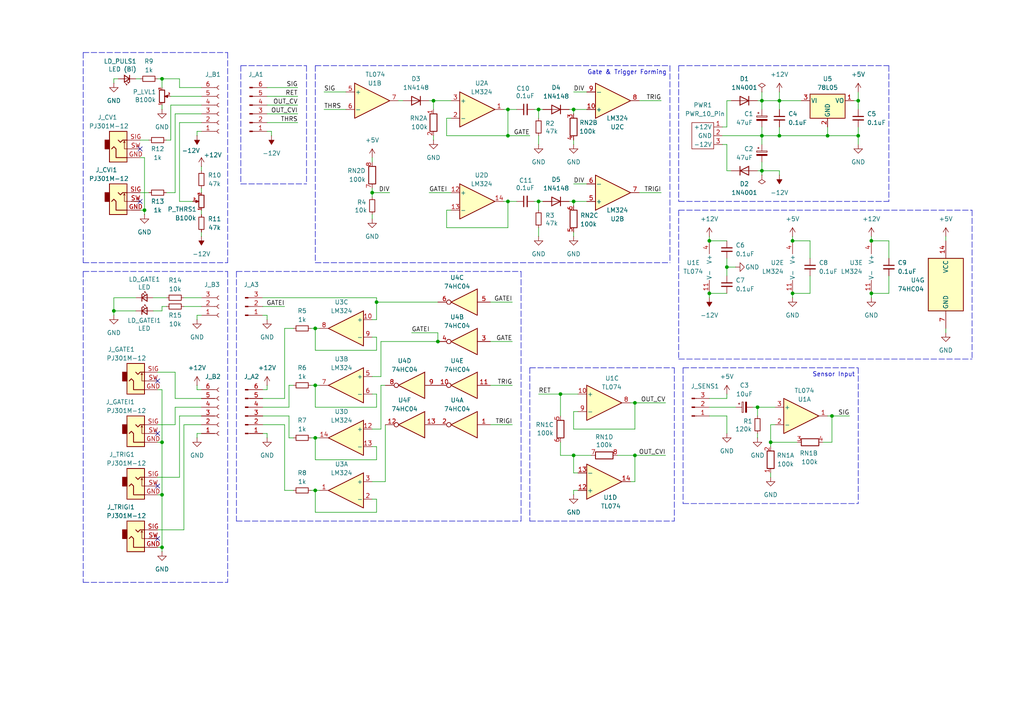
<source format=kicad_sch>
(kicad_sch (version 20231120) (generator "eeschema") (generator_version "8.0")
  (paper "A4")
  (title_block (title "Avalon Harmonics Pulse") (rev "v1.0") (company "Avalon Harmonics"))
  (junction (at 109.22 87.63))
  (junction (at 166.37 58.42))
  (junction (at 229.87 69.85))
  (junction (at 147.32 31.75))
  (junction (at 226.06 39.37))
  (junction (at 248.92 29.21))
  (junction (at 229.87 85.09))
  (junction (at 147.32 39.37))
  (junction (at 219.71 118.11))
  (junction (at 107.95 55.88))
  (junction (at 91.44 95.25))
  (junction (at 252.73 85.09))
  (junction (at 220.98 39.37))
  (junction (at 252.73 69.85))
  (junction (at 248.92 39.37))
  (junction (at 91.44 111.76))
  (junction (at 46.99 128.27))
  (junction (at 184.15 132.08))
  (junction (at 162.56 114.3))
  (junction (at 147.32 58.42))
  (junction (at 166.37 132.08))
  (junction (at 41.91 60.96))
  (junction (at 166.37 31.75))
  (junction (at 125.73 29.21))
  (junction (at 91.44 127))
  (junction (at 46.99 22.86))
  (junction (at 91.44 142.24))
  (junction (at 33.02 90.17))
  (junction (at 127 99.06))
  (junction (at 156.21 58.42))
  (junction (at 241.3 120.65))
  (junction (at 223.52 128.27))
  (junction (at 226.06 29.21))
  (junction (at 220.98 29.21))
  (junction (at 46.99 158.75))
  (junction (at 240.03 39.37))
  (junction (at 220.98 49.53))
  (junction (at 156.21 31.75))
  (junction (at 46.99 143.51))
  (junction (at 184.15 116.84))
  (junction (at 210.82 77.47))
  (junction (at 205.74 69.85))
  (junction (at 205.74 85.09))
  (no_connect (at 45.72 125.73))
  (no_connect (at 40.64 43.18))
  (no_connect (at 40.64 58.42))
  (no_connect (at 45.72 140.97))
  (no_connect (at 45.72 110.49))
  (no_connect (at 45.72 156.21))
  (wire (pts (xy 124.46 55.88) (xy 130.81 55.88)))
  (wire (pts (xy 210.82 41.91) (xy 209.55 41.91)))
  (wire (pts (xy 162.56 114.3) (xy 162.56 120.65)))
  (wire (pts (xy 147.32 58.42) (xy 149.86 58.42)))
  (wire (pts (xy 76.2 118.11) (xy 83.82 118.11)))
  (wire (pts (xy 142.24 111.76) (xy 148.59 111.76)))
  (wire (pts (xy 50.8 118.11) (xy 58.42 118.11)))
  (wire (pts (xy 210.82 29.21) (xy 212.09 29.21)))
  (wire (pts (xy 76.2 115.57) (xy 82.55 115.57)))
  (wire (pts (xy 166.37 132.08) (xy 166.37 137.16)))
  (wire (pts (xy 248.92 36.83) (xy 248.92 39.37)))
  (wire (pts (xy 156.21 31.75) (xy 154.94 31.75)))
  (polyline (pts (xy 195.58 106.68) (xy 195.58 151.13)) (stroke (width 0) (type dash)))
  (wire (pts (xy 77.47 38.1) (xy 78.74 38.1)))
  (wire (pts (xy 209.55 39.37) (xy 220.98 39.37)))
  (wire (pts (xy 129.54 66.04) (xy 147.32 66.04)))
  (wire (pts (xy 85.09 111.76) (xy 83.82 111.76)))
  (wire (pts (xy 58.42 67.31) (xy 58.42 68.58)))
  (wire (pts (xy 166.37 137.16) (xy 167.64 137.16)))
  (wire (pts (xy 44.45 86.36) (xy 48.26 86.36)))
  (wire (pts (xy 91.44 148.59) (xy 91.44 142.24)))
  (wire (pts (xy 184.15 139.7) (xy 182.88 139.7)))
  (wire (pts (xy 210.82 125.73) (xy 210.82 120.65)))
  (wire (pts (xy 166.37 31.75) (xy 170.18 31.75)))
  (wire (pts (xy 274.32 68.58) (xy 274.32 69.85)))
  (wire (pts (xy 91.44 142.24) (xy 90.17 142.24)))
  (wire (pts (xy 77.47 33.02) (xy 86.36 33.02)))
  (wire (pts (xy 142.24 99.06) (xy 148.59 99.06)))
  (wire (pts (xy 91.44 142.24) (xy 92.71 142.24)))
  (wire (pts (xy 107.95 144.78) (xy 109.22 144.78)))
  (wire (pts (xy 274.32 95.25) (xy 274.32 96.52)))
  (polyline (pts (xy 153.67 151.13) (xy 195.58 151.13)) (stroke (width 0) (type dash)))
  (wire (pts (xy 40.64 55.88) (xy 43.18 55.88)))
  (wire (pts (xy 162.56 128.27) (xy 162.56 132.08)))
  (wire (pts (xy 91.44 111.76) (xy 92.71 111.76)))
  (wire (pts (xy 82.55 115.57) (xy 82.55 95.25)))
  (wire (pts (xy 93.98 31.75) (xy 100.33 31.75)))
  (wire (pts (xy 166.37 119.38) (xy 166.37 124.46)))
  (wire (pts (xy 223.52 128.27) (xy 223.52 129.54)))
  (polyline (pts (xy 153.67 106.68) (xy 153.67 151.13)) (stroke (width 0) (type dash)))
  (wire (pts (xy 58.42 123.19) (xy 53.34 123.19)))
  (wire (pts (xy 205.74 85.09) (xy 205.74 86.36)))
  (wire (pts (xy 77.47 25.4) (xy 86.36 25.4)))
  (wire (pts (xy 162.56 114.3) (xy 167.64 114.3)))
  (wire (pts (xy 91.44 127) (xy 90.17 127)))
  (wire (pts (xy 92.71 95.25) (xy 91.44 95.25)))
  (wire (pts (xy 185.42 29.21) (xy 191.77 29.21)))
  (wire (pts (xy 93.98 26.67) (xy 100.33 26.67)))
  (wire (pts (xy 58.42 120.65) (xy 52.07 120.65)))
  (wire (pts (xy 210.82 49.53) (xy 212.09 49.53)))
  (wire (pts (xy 210.82 120.65) (xy 205.74 120.65)))
  (wire (pts (xy 257.81 74.93) (xy 257.81 69.85)))
  (wire (pts (xy 52.07 58.42) (xy 52.07 35.56)))
  (wire (pts (xy 58.42 38.1) (xy 57.15 38.1)))
  (wire (pts (xy 91.44 118.11) (xy 91.44 111.76)))
  (wire (pts (xy 166.37 31.75) (xy 166.37 33.02)))
  (wire (pts (xy 83.82 127) (xy 83.82 120.65)))
  (polyline (pts (xy 24.13 76.2) (xy 66.04 76.2)) (stroke (width 0) (type dash)))
  (wire (pts (xy 110.49 109.22) (xy 107.95 109.22)))
  (wire (pts (xy 50.8 55.88) (xy 50.8 33.02)))
  (polyline (pts (xy 24.13 15.24) (xy 24.13 76.2)) (stroke (width 0) (type dash)))
  (wire (pts (xy 156.21 66.04) (xy 156.21 68.58)))
  (wire (pts (xy 229.87 85.09) (xy 234.95 85.09)))
  (wire (pts (xy 165.1 31.75) (xy 166.37 31.75)))
  (wire (pts (xy 77.47 27.94) (xy 86.36 27.94)))
  (wire (pts (xy 48.26 40.64) (xy 49.53 40.64)))
  (wire (pts (xy 109.22 87.63) (xy 109.22 92.71)))
  (wire (pts (xy 76.2 120.65) (xy 83.82 120.65)))
  (wire (pts (xy 166.37 67.31) (xy 166.37 68.58)))
  (wire (pts (xy 109.22 148.59) (xy 91.44 148.59)))
  (wire (pts (xy 184.15 116.84) (xy 182.88 116.84)))
  (polyline (pts (xy 69.85 53.34) (xy 88.9 53.34)) (stroke (width 0) (type dash)))
  (polyline (pts (xy 69.85 19.05) (xy 88.9 19.05)) (stroke (width 0) (type dash)))
  (wire (pts (xy 91.44 111.76) (xy 90.17 111.76)))
  (wire (pts (xy 156.21 34.29) (xy 156.21 31.75)))
  (polyline (pts (xy 198.12 106.68) (xy 248.92 106.68)) (stroke (width 0) (type dash)))
  (wire (pts (xy 53.34 123.19) (xy 53.34 153.67)))
  (wire (pts (xy 52.07 58.42) (xy 55.88 58.42)))
  (wire (pts (xy 220.98 29.21) (xy 226.06 29.21)))
  (wire (pts (xy 220.98 49.53) (xy 220.98 50.8)))
  (wire (pts (xy 142.24 87.63) (xy 148.59 87.63)))
  (wire (pts (xy 45.72 153.67) (xy 53.34 153.67)))
  (wire (pts (xy 219.71 49.53) (xy 220.98 49.53)))
  (wire (pts (xy 58.42 60.96) (xy 58.42 62.23)))
  (wire (pts (xy 241.3 128.27) (xy 241.3 120.65)))
  (wire (pts (xy 57.15 111.76) (xy 57.15 113.03)))
  (wire (pts (xy 107.95 114.3) (xy 109.22 114.3)))
  (wire (pts (xy 57.15 113.03) (xy 58.42 113.03)))
  (wire (pts (xy 185.42 55.88) (xy 191.77 55.88)))
  (polyline (pts (xy 281.94 60.96) (xy 281.94 104.14)) (stroke (width 0) (type dash)))
  (wire (pts (xy 252.73 85.09) (xy 257.81 85.09)))
  (wire (pts (xy 248.92 29.21) (xy 247.65 29.21)))
  (wire (pts (xy 248.92 26.67) (xy 248.92 29.21)))
  (wire (pts (xy 52.07 25.4) (xy 58.42 25.4)))
  (wire (pts (xy 41.91 60.96) (xy 40.64 60.96)))
  (wire (pts (xy 166.37 142.24) (xy 166.37 143.51)))
  (wire (pts (xy 46.99 88.9) (xy 46.99 90.17)))
  (wire (pts (xy 129.54 60.96) (xy 129.54 66.04)))
  (polyline (pts (xy 153.67 106.68) (xy 195.58 106.68)) (stroke (width 0) (type dash)))
  (wire (pts (xy 167.64 119.38) (xy 166.37 119.38)))
  (wire (pts (xy 147.32 66.04) (xy 147.32 58.42)))
  (wire (pts (xy 162.56 132.08) (xy 166.37 132.08)))
  (wire (pts (xy 107.95 62.23) (xy 107.95 63.5)))
  (wire (pts (xy 156.21 60.96) (xy 156.21 58.42)))
  (wire (pts (xy 46.99 128.27) (xy 46.99 143.51)))
  (wire (pts (xy 113.03 55.88) (xy 107.95 55.88)))
  (wire (pts (xy 220.98 26.67) (xy 220.98 29.21)))
  (polyline (pts (xy 196.85 58.42) (xy 257.81 58.42)) (stroke (width 0) (type dash)))
  (wire (pts (xy 45.72 123.19) (xy 50.8 123.19)))
  (wire (pts (xy 171.45 132.08) (xy 166.37 132.08)))
  (wire (pts (xy 109.22 101.6) (xy 91.44 101.6)))
  (wire (pts (xy 46.99 143.51) (xy 46.99 158.75)))
  (wire (pts (xy 40.64 40.64) (xy 43.18 40.64)))
  (wire (pts (xy 130.81 60.96) (xy 129.54 60.96)))
  (wire (pts (xy 52.07 120.65) (xy 52.07 138.43)))
  (wire (pts (xy 209.55 36.83) (xy 210.82 36.83)))
  (wire (pts (xy 125.73 31.75) (xy 125.73 29.21)))
  (wire (pts (xy 57.15 127) (xy 57.15 125.73)))
  (wire (pts (xy 226.06 31.75) (xy 226.06 29.21)))
  (wire (pts (xy 219.71 127) (xy 219.71 125.73)))
  (polyline (pts (xy 196.85 19.05) (xy 257.81 19.05)) (stroke (width 0) (type dash)))
  (wire (pts (xy 33.02 91.44) (xy 33.02 90.17)))
  (wire (pts (xy 77.47 91.44) (xy 76.2 91.44)))
  (wire (pts (xy 241.3 120.65) (xy 240.03 120.65)))
  (wire (pts (xy 220.98 29.21) (xy 220.98 31.75)))
  (wire (pts (xy 229.87 68.58) (xy 229.87 69.85)))
  (wire (pts (xy 156.21 31.75) (xy 157.48 31.75)))
  (wire (pts (xy 226.06 26.67) (xy 226.06 29.21)))
  (wire (pts (xy 46.99 22.86) (xy 52.07 22.86)))
  (wire (pts (xy 210.82 77.47) (xy 210.82 74.93)))
  (wire (pts (xy 240.03 36.83) (xy 240.03 39.37)))
  (wire (pts (xy 77.47 125.73) (xy 76.2 125.73)))
  (polyline (pts (xy 24.13 15.24) (xy 66.04 15.24)) (stroke (width 0) (type dash)))
  (wire (pts (xy 50.8 33.02) (xy 58.42 33.02)))
  (wire (pts (xy 109.22 92.71) (xy 107.95 92.71)))
  (wire (pts (xy 46.99 160.02) (xy 46.99 158.75)))
  (wire (pts (xy 210.82 36.83) (xy 210.82 29.21)))
  (wire (pts (xy 210.82 115.57) (xy 205.74 115.57)))
  (polyline (pts (xy 91.44 19.05) (xy 91.44 76.2)) (stroke (width 0) (type dash)))
  (wire (pts (xy 41.91 45.72) (xy 41.91 60.96)))
  (wire (pts (xy 127 99.06) (xy 110.49 99.06)))
  (wire (pts (xy 46.99 30.48) (xy 46.99 31.75)))
  (wire (pts (xy 147.32 31.75) (xy 146.05 31.75)))
  (polyline (pts (xy 257.81 19.05) (xy 257.81 58.42)) (stroke (width 0) (type dash)))
  (wire (pts (xy 166.37 58.42) (xy 165.1 58.42)))
  (wire (pts (xy 234.95 80.01) (xy 234.95 85.09)))
  (wire (pts (xy 252.73 85.09) (xy 252.73 86.36)))
  (polyline (pts (xy 196.85 60.96) (xy 196.85 104.14)) (stroke (width 0) (type dash)))
  (wire (pts (xy 49.53 40.64) (xy 49.53 30.48)))
  (wire (pts (xy 226.06 36.83) (xy 226.06 39.37)))
  (wire (pts (xy 219.71 118.11) (xy 224.79 118.11)))
  (wire (pts (xy 248.92 39.37) (xy 248.92 41.91)))
  (wire (pts (xy 125.73 29.21) (xy 130.81 29.21)))
  (polyline (pts (xy 196.85 19.05) (xy 196.85 58.42)) (stroke (width 0) (type dash)))
  (wire (pts (xy 107.95 54.61) (xy 107.95 55.88)))
  (wire (pts (xy 46.99 25.4) (xy 46.99 22.86)))
  (wire (pts (xy 156.21 58.42) (xy 154.94 58.42)))
  (wire (pts (xy 142.24 123.19) (xy 148.59 123.19)))
  (wire (pts (xy 109.22 114.3) (xy 109.22 118.11)))
  (wire (pts (xy 41.91 62.23) (xy 41.91 60.96)))
  (polyline (pts (xy 66.04 15.24) (xy 66.04 76.2)) (stroke (width 0) (type dash)))
  (wire (pts (xy 210.82 49.53) (xy 210.82 41.91)))
  (wire (pts (xy 33.02 86.36) (xy 39.37 86.36)))
  (wire (pts (xy 166.37 40.64) (xy 166.37 41.91)))
  (wire (pts (xy 241.3 120.65) (xy 246.38 120.65)))
  (wire (pts (xy 156.21 58.42) (xy 157.48 58.42)))
  (polyline (pts (xy 66.04 78.74) (xy 66.04 168.91)) (stroke (width 0) (type dash)))
  (wire (pts (xy 45.72 138.43) (xy 52.07 138.43)))
  (wire (pts (xy 57.15 125.73) (xy 58.42 125.73)))
  (wire (pts (xy 45.72 143.51) (xy 46.99 143.51)))
  (wire (pts (xy 57.15 91.44) (xy 58.42 91.44)))
  (wire (pts (xy 127 99.06) (xy 127 96.52)))
  (wire (pts (xy 33.02 86.36) (xy 33.02 90.17)))
  (wire (pts (xy 220.98 49.53) (xy 226.06 49.53)))
  (wire (pts (xy 229.87 85.09) (xy 229.87 86.36)))
  (wire (pts (xy 109.22 118.11) (xy 91.44 118.11)))
  (wire (pts (xy 166.37 124.46) (xy 184.15 124.46)))
  (wire (pts (xy 50.8 115.57) (xy 50.8 107.95)))
  (polyline (pts (xy 248.92 106.68) (xy 248.92 146.05)) (stroke (width 0) (type dash)))
  (wire (pts (xy 91.44 127) (xy 92.71 127)))
  (polyline (pts (xy 24.13 78.74) (xy 66.04 78.74)) (stroke (width 0) (type dash)))
  (wire (pts (xy 85.09 142.24) (xy 82.55 142.24)))
  (wire (pts (xy 111.76 111.76) (xy 110.49 111.76)))
  (wire (pts (xy 156.21 114.3) (xy 162.56 114.3)))
  (wire (pts (xy 50.8 123.19) (xy 50.8 118.11)))
  (polyline (pts (xy 68.58 78.74) (xy 68.58 151.13)) (stroke (width 0) (type dash)))
  (wire (pts (xy 52.07 35.56) (xy 58.42 35.56)))
  (wire (pts (xy 210.82 114.3) (xy 210.82 115.57)))
  (polyline (pts (xy 69.85 19.05) (xy 69.85 53.34)) (stroke (width 0) (type dash)))
  (wire (pts (xy 223.52 123.19) (xy 224.79 123.19)))
  (wire (pts (xy 166.37 53.34) (xy 170.18 53.34)))
  (wire (pts (xy 231.14 128.27) (xy 223.52 128.27)))
  (wire (pts (xy 184.15 132.08) (xy 193.04 132.08)))
  (wire (pts (xy 110.49 111.76) (xy 110.49 124.46)))
  (wire (pts (xy 226.06 29.21) (xy 232.41 29.21)))
  (wire (pts (xy 77.47 127) (xy 77.47 125.73)))
  (wire (pts (xy 147.32 39.37) (xy 147.32 31.75)))
  (wire (pts (xy 220.98 36.83) (xy 220.98 39.37)))
  (wire (pts (xy 234.95 74.93) (xy 234.95 69.85)))
  (wire (pts (xy 166.37 59.69) (xy 166.37 58.42)))
  (wire (pts (xy 33.02 22.86) (xy 33.02 24.13)))
  (wire (pts (xy 77.47 111.76) (xy 77.47 113.03)))
  (wire (pts (xy 45.72 22.86) (xy 46.99 22.86)))
  (wire (pts (xy 205.74 85.09) (xy 210.82 85.09)))
  (wire (pts (xy 40.64 45.72) (xy 41.91 45.72)))
  (wire (pts (xy 58.42 49.53) (xy 58.42 48.26)))
  (wire (pts (xy 82.55 123.19) (xy 76.2 123.19)))
  (wire (pts (xy 58.42 54.61) (xy 58.42 55.88)))
  (wire (pts (xy 129.54 39.37) (xy 147.32 39.37)))
  (wire (pts (xy 77.47 113.03) (xy 76.2 113.03)))
  (polyline (pts (xy 68.58 78.74) (xy 151.13 78.74)) (stroke (width 0) (type dash)))
  (wire (pts (xy 46.99 90.17) (xy 44.45 90.17)))
  (wire (pts (xy 257.81 80.01) (xy 257.81 85.09)))
  (wire (pts (xy 184.15 124.46) (xy 184.15 116.84)))
  (wire (pts (xy 248.92 31.75) (xy 248.92 29.21)))
  (polyline (pts (xy 151.13 78.74) (xy 151.13 151.13)) (stroke (width 0) (type dash)))
  (polyline (pts (xy 24.13 78.74) (xy 24.13 168.91)) (stroke (width 0) (type dash)))
  (wire (pts (xy 234.95 69.85) (xy 229.87 69.85)))
  (wire (pts (xy 147.32 58.42) (xy 146.05 58.42)))
  (wire (pts (xy 109.22 144.78) (xy 109.22 148.59)))
  (wire (pts (xy 90.17 95.25) (xy 91.44 95.25)))
  (polyline (pts (xy 24.13 168.91) (xy 66.04 168.91)) (stroke (width 0) (type dash)))
  (wire (pts (xy 111.76 123.19) (xy 111.76 139.7)))
  (wire (pts (xy 220.98 39.37) (xy 226.06 39.37)))
  (wire (pts (xy 125.73 29.21) (xy 124.46 29.21)))
  (wire (pts (xy 46.99 88.9) (xy 48.26 88.9)))
  (wire (pts (xy 109.22 97.79) (xy 109.22 101.6)))
  (wire (pts (xy 210.82 77.47) (xy 210.82 80.01)))
  (wire (pts (xy 49.53 27.94) (xy 58.42 27.94)))
  (wire (pts (xy 33.02 90.17) (xy 39.37 90.17)))
  (wire (pts (xy 53.34 86.36) (xy 58.42 86.36)))
  (wire (pts (xy 205.74 118.11) (xy 213.36 118.11)))
  (wire (pts (xy 77.47 92.71) (xy 77.47 91.44)))
  (polyline (pts (xy 194.31 19.05) (xy 194.31 76.2)) (stroke (width 0) (type dash)))
  (wire (pts (xy 58.42 88.9) (xy 53.34 88.9)))
  (wire (pts (xy 107.95 45.72) (xy 107.95 46.99)))
  (wire (pts (xy 91.44 95.25) (xy 91.44 101.6)))
  (wire (pts (xy 220.98 29.21) (xy 219.71 29.21)))
  (wire (pts (xy 82.55 142.24) (xy 82.55 123.19)))
  (wire (pts (xy 240.03 39.37) (xy 248.92 39.37)))
  (wire (pts (xy 129.54 34.29) (xy 129.54 39.37)))
  (wire (pts (xy 219.71 118.11) (xy 219.71 120.65)))
  (polyline (pts (xy 198.12 146.05) (xy 248.92 146.05)) (stroke (width 0) (type dash)))
  (wire (pts (xy 82.55 95.25) (xy 85.09 95.25)))
  (wire (pts (xy 223.52 137.16) (xy 223.52 138.43)))
  (wire (pts (xy 147.32 39.37) (xy 153.67 39.37)))
  (polyline (pts (xy 91.44 19.05) (xy 194.31 19.05)) (stroke (width 0) (type dash)))
  (wire (pts (xy 156.21 39.37) (xy 156.21 41.91)))
  (wire (pts (xy 78.74 39.37) (xy 78.74 38.1)))
  (wire (pts (xy 76.2 88.9) (xy 82.55 88.9)))
  (wire (pts (xy 210.82 69.85) (xy 205.74 69.85)))
  (wire (pts (xy 220.98 39.37) (xy 220.98 41.91)))
  (wire (pts (xy 226.06 49.53) (xy 226.06 50.8)))
  (wire (pts (xy 45.72 107.95) (xy 50.8 107.95)))
  (wire (pts (xy 58.42 115.57) (xy 50.8 115.57)))
  (wire (pts (xy 166.37 26.67) (xy 170.18 26.67)))
  (wire (pts (xy 85.09 127) (xy 83.82 127)))
  (wire (pts (xy 48.26 55.88) (xy 50.8 55.88)))
  (wire (pts (xy 111.76 139.7) (xy 107.95 139.7)))
  (wire (pts (xy 39.37 22.86) (xy 40.64 22.86)))
  (wire (pts (xy 46.99 158.75) (xy 45.72 158.75)))
  (wire (pts (xy 109.22 87.63) (xy 109.22 86.36)))
  (wire (pts (xy 205.74 68.58) (xy 205.74 69.85)))
  (wire (pts (xy 83.82 111.76) (xy 83.82 118.11)))
  (polyline (pts (xy 196.85 60.96) (xy 281.94 60.96)) (stroke (width 0) (type dash)))
  (wire (pts (xy 257.81 69.85) (xy 252.73 69.85)))
  (wire (pts (xy 220.98 49.53) (xy 220.98 46.99)))
  (wire (pts (xy 77.47 30.48) (xy 86.36 30.48)))
  (polyline (pts (xy 196.85 104.14) (xy 281.94 104.14)) (stroke (width 0) (type dash)))
  (wire (pts (xy 109.22 87.63) (xy 127 87.63)))
  (wire (pts (xy 77.47 35.56) (xy 86.36 35.56)))
  (wire (pts (xy 226.06 39.37) (xy 240.03 39.37)))
  (wire (pts (xy 184.15 116.84) (xy 193.04 116.84)))
  (wire (pts (xy 167.64 142.24) (xy 166.37 142.24)))
  (wire (pts (xy 130.81 34.29) (xy 129.54 34.29)))
  (wire (pts (xy 218.44 118.11) (xy 219.71 118.11)))
  (wire (pts (xy 109.22 86.36) (xy 76.2 86.36)))
  (wire (pts (xy 49.53 30.48) (xy 58.42 30.48)))
  (wire (pts (xy 91.44 133.35) (xy 91.44 127)))
  (wire (pts (xy 109.22 133.35) (xy 91.44 133.35)))
  (wire (pts (xy 57.15 91.44) (xy 57.15 92.71)))
  (wire (pts (xy 57.15 38.1) (xy 57.15 39.37)))
  (polyline (pts (xy 88.9 19.05) (xy 88.9 53.34)) (stroke (width 0) (type dash)))
  (wire (pts (xy 52.07 22.86) (xy 52.07 25.4)))
  (wire (pts (xy 125.73 39.37) (xy 125.73 40.64)))
  (wire (pts (xy 252.73 68.58) (xy 252.73 69.85)))
  (wire (pts (xy 115.57 29.21) (xy 116.84 29.21)))
  (wire (pts (xy 45.72 113.03) (xy 46.99 113.03)))
  (wire (pts (xy 46.99 113.03) (xy 46.99 128.27)))
  (wire (pts (xy 119.38 96.52) (xy 127 96.52)))
  (wire (pts (xy 109.22 97.79) (xy 107.95 97.79)))
  (wire (pts (xy 45.72 128.27) (xy 46.99 128.27)))
  (wire (pts (xy 110.49 124.46) (xy 107.95 124.46)))
  (wire (pts (xy 213.36 77.47) (xy 210.82 77.47)))
  (wire (pts (xy 184.15 132.08) (xy 184.15 139.7)))
  (wire (pts (xy 110.49 99.06) (xy 110.49 109.22)))
  (wire (pts (xy 109.22 129.54) (xy 109.22 133.35)))
  (wire (pts (xy 166.37 58.42) (xy 170.18 58.42)))
  (wire (pts (xy 107.95 129.54) (xy 109.22 129.54)))
  (polyline (pts (xy 198.12 106.68) (xy 198.12 146.05)) (stroke (width 0) (type dash)))
  (wire (pts (xy 238.76 128.27) (xy 241.3 128.27)))
  (wire (pts (xy 179.07 132.08) (xy 184.15 132.08)))
  (wire (pts (xy 107.95 55.88) (xy 107.95 57.15)))
  (wire (pts (xy 147.32 31.75) (xy 149.86 31.75)))
  (wire (pts (xy 223.52 128.27) (xy 223.52 123.19)))
  (wire (pts (xy 33.02 22.86) (xy 34.29 22.86)))
  (polyline (pts (xy 91.44 76.2) (xy 194.31 76.2)) (stroke (width 0) (type dash)))
  (polyline (pts (xy 68.58 151.13) (xy 151.13 151.13)) (stroke (width 0) (type dash)))
  (text "Sensor Input" (at 241.808 108.712 0) (effects (font (size 1.27 1.27))))
  (text "Gate & Trigger Forming" (at 181.864 21.082 0) (effects (font (size 1.27 1.27))))
  (label "DIV" (at 166.37 26.67 0))
  (label "GATEI" (at 148.59 87.63 180))
  (label "GATE" (at 148.59 99.06 180))
  (label "SIG" (at 246.38 120.65 180))
  (label "TRIGI" (at 191.77 55.88 180))
  (label "DIV" (at 166.37 53.34 0))
  (label "SIG" (at 93.98 26.67 0))
  (label "OUT_CV" (at 193.04 116.84 180))
  (label "GATEI" (at 119.38 96.52 0))
  (label "OUT_CV" (at 86.36 30.48 180))
  (label "GATEI" (at 124.46 55.88 0))
  (label "TRIGI" (at 148.59 123.19 180))
  (label "GATE" (at 153.67 39.37 180))
  (label "SIG" (at 86.36 25.4 180))
  (label "OUT_CVI" (at 86.36 33.02 180))
  (label "RET" (at 156.21 114.3 0))
  (label "THRS" (at 86.36 35.56 180))
  (label "THRS" (at 93.98 31.75 0))
  (label "RET" (at 86.36 27.94 180))
  (label "DIV" (at 113.03 55.88 180))
  (label "GATEI" (at 82.55 88.9 180))
  (label "OUT_CVI" (at 193.04 132.08 180))
  (label "TRIG" (at 191.77 29.21 180))
  (label "TRIG" (at 148.59 111.76 180))
  (symbol (lib_id "Device:C_Small") (at 248.92 34.29 0) (unit 1)
    (property "Reference" "C5" (at 251.46 33.0262 0) (effects (justify left)))
    (property "Value" "0.1uF" (at 251.46 35.5662 0) (effects (justify left)))
    (property "Footprint" "Capacitor_THT:C_Disc_D7.0mm_W2.5mm_P5.00mm" (effects (hide yes)))
  )
  (symbol (lib_id "74xx:74HC04") (at 274.32 82.55 0) (unit 7)
    (property "Reference" "U4" (at 264.16 81.28 0) (effects (justify left)))
    (property "Value" "74HC04" (at 260.35 83.82 0) (effects (justify left)))
    (property "Footprint" "Package_DIP:DIP-14_W7.62mm_Socket_LongPads" (effects (hide yes)))
    (property "Datasheet" "https://assets.nexperia.com/documents/data-sheet/74HC_HCT04.pdf" (effects (hide yes)))
  )
  (symbol (lib_id "Device:C_Small") (at 234.95 77.47 0) (unit 1)
    (property "Reference" "C8" (at 237.49 76.2062 0) (effects (justify left)))
    (property "Value" "0.1uF" (at 237.49 78.7462 0) (effects (justify left)))
    (property "Footprint" "Capacitor_THT:C_Disc_D7.0mm_W2.5mm_P5.00mm" (effects (hide yes)))
  )
  (symbol (lib_name "GND_1") (lib_id "power:GND") (at 213.36 77.47 90) (unit 1)
    (property "Reference" "#PWR07" (effects (hide yes)))
    (property "Value" "GND" (at 218.186 77.47 90))
    (property "Description" "Power symbol creates a global label with name \"GND\" , ground" (effects (hide yes)))
  )
  (symbol (lib_id "Diode:1N4148") (at 120.65 29.21 180) (unit 1)
    (property "Reference" "D3" (at 120.65 22.86 0))
    (property "Value" "1N4148" (at 120.65 25.4 0))
    (property "Footprint" "Diode_THT:D_DO-35_SOD27_P7.62mm_Horizontal" (effects (hide yes)))
    (property "Datasheet" "https://assets.nexperia.com/documents/data-sheet/1N4148_1N4448.pdf" (effects (hide yes)))
  )
  (symbol (lib_id "Amplifier_Operational:LM324") (at 100.33 95.25 0) (mirror y) (unit 3)
    (property "Reference" "U3" (at 99.06 87.63 0))
    (property "Value" "LM324" (at 99.06 90.17 0))
    (property "Footprint" "Package_DIP:DIP-14_W7.62mm_Socket_LongPads" (effects (hide yes)))
    (property "Datasheet" "http://www.ti.com/lit/ds/symlink/lm2902-n.pdf" (effects (hide yes)))
    (property "Sim.Device" "SPICE" (effects (hide yes)))
    (property "Sim.Params" "type=\"X\" model=\"LM324\" lib=\"/home/ebu/Documents/KiCad/KiCad-Spice-Library/Models/uncategorized/spice_complete/cadlab.lib\"" (effects (hide yes)))
    (property "Sim.Pins" "1=1 2=2 3=3 4=4 5=5 6=6 7=7 8=8 9=9 10=10 11=11 12=12 13=13 14=14" (effects (hide yes)))
  )
  (symbol (lib_id "Device:R_Small") (at 107.95 59.69 0) (mirror y) (unit 1)
    (property "Reference" "R4" (at 104.902 58.674 0))
    (property "Value" "10k" (at 104.648 60.96 0))
    (property "Footprint" "Resistor_THT:R_Axial_DIN0207_L6.3mm_D2.5mm_P2.54mm_Vertical" (effects (hide yes)))
  )
  (symbol (lib_name "+12V_1") (lib_id "power:+12V") (at 226.06 26.67 0) (unit 1)
    (property "Reference" "#PWR02" (effects (hide yes)))
    (property "Value" "+12V" (at 226.06 21.59 0))
    (property "Description" "Power symbol creates a global label with name \"+12V\"" (effects (hide yes)))
  )
  (symbol (lib_id "power:PWR_FLAG") (at 220.98 50.8 180) (unit 1)
    (property "Reference" "#FLG02" (effects (hide yes)))
    (property "Value" "PWR_FLAG" (effects (hide yes)))
    (property "Description" "Special symbol for telling ERC where power comes from" (effects (hide yes)))
  )
  (symbol (lib_id "Device:R_Pack04_SIP_Split") (at 166.37 63.5 0) (mirror y) (unit 3)
    (property "Reference" "RN2" (at 170.942 62.484 0))
    (property "Value" "100k" (at 170.688 65.024 0))
    (property "Footprint" "Resistor_THT:R_Array_SIP8" (effects (hide yes)))
    (property "Datasheet" "http://www.vishay.com/docs/31509/csc.pdf" (effects (hide yes)))
  )
  (symbol (lib_id "Device:C_Small") (at 210.82 82.55 0) (unit 1)
    (property "Reference" "C7" (at 213.36 81.2862 0) (effects (justify left)))
    (property "Value" "0.1uF" (at 213.36 83.8262 0) (effects (justify left)))
    (property "Footprint" "Capacitor_THT:C_Disc_D7.0mm_W2.5mm_P5.00mm" (effects (hide yes)))
  )
  (symbol (lib_id "power:PWR_FLAG") (at 220.98 26.67 0) (unit 1)
    (property "Reference" "#FLG01" (effects (hide yes)))
    (property "Value" "PWR_FLAG" (effects (hide yes)))
    (property "Description" "Special symbol for telling ERC where power comes from" (effects (hide yes)))
  )
  (symbol (lib_name "GND_1") (lib_id "power:GND") (at 46.99 31.75 0) (unit 1)
    (property "Reference" "#PWR020" (effects (hide yes)))
    (property "Value" "GND" (at 46.99 36.83 0))
    (property "Description" "Power symbol creates a global label with name \"GND\" , ground" (effects (hide yes)))
  )
  (symbol (lib_name "GND_1") (lib_id "power:GND") (at 41.91 62.23 0) (unit 1)
    (property "Reference" "#PWR021" (effects (hide yes)))
    (property "Value" "GND" (at 41.91 67.31 0))
    (property "Description" "Power symbol creates a global label with name \"GND\" , ground" (effects (hide yes)))
  )
  (symbol (lib_name "+12V_1") (lib_id "power:+12V") (at 205.74 68.58 0) (unit 1)
    (property "Reference" "#PWR05" (effects (hide yes)))
    (property "Value" "+12V" (at 205.74 63.5 0))
    (property "Description" "Power symbol creates a global label with name \"+12V\"" (effects (hide yes)))
  )
  (symbol (lib_id "Connector:Conn_01x06_Female") (at 63.5 33.02 0) (mirror x) (unit 1)
    (property "Reference" "J_B1" (at 59.436 21.59 0) (effects (justify left)))
    (property "Value" "Conn_01x06_Female" (effects (hide yes)))
    (property "Footprint" "Connector_PinHeader_2.54mm:PinHeader_1x06_P2.54mm_Vertical" (effects (hide yes)))
  )
  (symbol (lib_id "74xx:74HC04") (at 119.38 123.19 0) (mirror y) (unit 6)
    (property "Reference" "U4" (at 117.348 116.078 0))
    (property "Value" "74HC04" (at 117.348 118.618 0))
    (property "Footprint" "Package_DIP:DIP-14_W7.62mm_Socket_LongPads" (effects (hide yes)))
    (property "Datasheet" "https://assets.nexperia.com/documents/data-sheet/74HC_HCT04.pdf" (effects (hide yes)))
  )
  (symbol (lib_id "Device:LED_Small") (at 36.83 22.86 180) (unit 1)
    (property "Reference" "LD_PULS1" (at 39.624 17.78 0) (effects (justify left)))
    (property "Value" "LED (Bi)" (at 39.624 20.066 0) (effects (justify left)))
    (property "Footprint" "LED_THT:LED_D3.0mm_FlatTop" (effects (hide yes)))
    (property "Sim.Device" "SPICE" (effects (hide yes)))
    (property "Sim.Params" "type=\"D\" model=\"LED_GENERAL\" lib=\"/home/ebu/Documents/KiCad/KiCad-Spice-Library/Models/Diode/led.lib\"" (effects (hide yes)))
    (property "Sim.Pins" "1=1 2=2" (effects (hide yes)))
  )
  (symbol (lib_id "Device:C_Small") (at 152.4 31.75 90) (unit 1)
    (property "Reference" "C10" (at 153.67 25.654 90) (effects (justify left)))
    (property "Value" "0.1uF" (at 155.067 27.813 90) (effects (justify left)))
    (property "Footprint" "Capacitor_THT:C_Disc_D7.0mm_W2.5mm_P5.00mm" (effects (hide yes)))
  )
  (symbol (lib_name "GND_1") (lib_id "power:GND") (at 156.21 41.91 0) (unit 1)
    (property "Reference" "#PWR041" (effects (hide yes)))
    (property "Value" "GND" (at 156.21 46.99 0))
    (property "Description" "Power symbol creates a global label with name \"GND\" , ground" (effects (hide yes)))
  )
  (symbol (lib_name "GND_1") (lib_id "power:GND") (at 274.32 96.52 0) (unit 1)
    (property "Reference" "#PWR030" (effects (hide yes)))
    (property "Value" "GND" (at 274.32 101.6 0))
    (property "Description" "Power symbol creates a global label with name \"GND\" , ground" (effects (hide yes)))
  )
  (symbol (lib_name "GND_1") (lib_id "power:GND") (at 248.92 41.91 0) (unit 1)
    (property "Reference" "#PWR01" (effects (hide yes)))
    (property "Value" "GND" (at 248.92 46.99 0))
    (property "Description" "Power symbol creates a global label with name \"GND\" , ground" (effects (hide yes)))
  )
  (symbol (lib_name "GND_1") (lib_id "power:GND") (at 252.73 86.36 0) (unit 1)
    (property "Reference" "#PWR033" (effects (hide yes)))
    (property "Value" "GND" (at 252.73 91.44 0))
    (property "Description" "Power symbol creates a global label with name \"GND\" , ground" (effects (hide yes)))
  )
  (symbol (lib_id "Device:R_Small") (at 43.18 22.86 90) (unit 1)
    (property "Reference" "R9" (at 43.18 17.78 90))
    (property "Value" "1k" (at 43.18 20.32 90))
    (property "Footprint" "Resistor_THT:R_Axial_DIN0207_L6.3mm_D2.5mm_P10.16mm_Horizontal" (effects (hide yes)))
  )
  (symbol (lib_id "Connector:Conn_01x06_Male") (at 72.39 33.02 0) (mirror x) (unit 1)
    (property "Reference" "J_A1" (at 76.454 21.59 0) (effects (justify right)))
    (property "Value" "Conn_01x06_Male" (effects (hide yes)))
    (property "Footprint" "Connector_PinHeader_2.54mm:PinHeader_1x06_P2.54mm_Vertical" (effects (hide yes)))
  )
  (symbol (lib_name "-12V_1") (lib_id "power:-12V") (at 58.42 68.58 180) (unit 1)
    (property "Reference" "#PWR029" (effects (hide yes)))
    (property "Value" "-12V" (at 58.42 73.66 0))
    (property "Description" "Power symbol creates a global label with name \"-12V\"" (effects (hide yes)))
  )
  (symbol (lib_name "GND_1") (lib_id "power:GND") (at 77.47 92.71 0) (unit 1)
    (property "Reference" "#PWR031" (effects (hide yes)))
    (property "Value" "GND" (at 77.47 97.79 0))
    (property "Description" "Power symbol creates a global label with name \"GND\" , ground" (effects (hide yes)))
  )
  (symbol (lib_name "GND_1") (lib_id "power:GND") (at 219.71 127 0) (unit 1)
    (property "Reference" "#PWR039" (effects (hide yes)))
    (property "Value" "GND" (at 219.71 132.08 0))
    (property "Description" "Power symbol creates a global label with name \"GND\" , ground" (effects (hide yes)))
  )
  (symbol (lib_id "Device:R_Small") (at 50.8 86.36 90) (unit 1)
    (property "Reference" "R14" (at 50.8 81.28 90))
    (property "Value" "10k" (at 50.8 83.82 90))
    (property "Footprint" "Resistor_THT:R_Axial_DIN0207_L6.3mm_D2.5mm_P10.16mm_Horizontal" (effects (hide yes)))
  )
  (symbol (lib_name "GND_1") (lib_id "power:GND") (at 33.02 24.13 0) (unit 1)
    (property "Reference" "#PWR019" (effects (hide yes)))
    (property "Value" "GND" (at 33.02 29.21 0))
    (property "Description" "Power symbol creates a global label with name \"GND\" , ground" (effects (hide yes)))
  )
  (symbol (lib_id "Connector:Conn_01x03_Male") (at 200.66 118.11 0) (mirror x) (unit 1)
    (property "Reference" "J_SENS1" (at 204.47 112.014 0))
    (property "Value" "Conn_01x03_Male" (effects (hide yes)))
    (property "Footprint" "Connector_PinHeader_2.54mm:PinHeader_1x03_P2.54mm_Vertical" (effects (hide yes)))
  )
  (symbol (lib_id "Diode:1N4001") (at 215.9 49.53 0) (unit 1)
    (property "Reference" "D2" (at 215.9 53.34 0))
    (property "Value" "1N4001" (at 215.9 55.88 0))
    (property "Footprint" "Diode_THT:D_DO-41_SOD81_P10.16mm_Horizontal" (effects (hide yes)))
    (property "Datasheet" "http://www.vishay.com/docs/88503/1n4001.pdf" (effects (hide yes)))
  )
  (symbol (lib_id "Amplifier_Operational:LM324") (at 138.43 58.42 0) (unit 4)
    (property "Reference" "U2" (at 139.7 50.8 0))
    (property "Value" "LM324" (at 139.7 53.34 0))
    (property "Footprint" "Package_DIP:DIP-14_W7.62mm_Socket_LongPads" (effects (hide yes)))
    (property "Datasheet" "http://www.ti.com/lit/ds/symlink/lm2902-n.pdf" (effects (hide yes)))
    (property "Sim.Device" "SPICE" (effects (hide yes)))
    (property "Sim.Params" "type=\"X\" model=\"LM324\" lib=\"/home/ebu/Documents/KiCad/KiCad-Spice-Library/Models/uncategorized/spice_complete/cadlab.lib\"" (effects (hide yes)))
    (property "Sim.Pins" "1=1 2=2 3=3 4=4 5=5 6=6 7=7 8=8 9=9 10=10 11=11 12=12 13=13 14=14" (effects (hide yes)))
  )
  (symbol (lib_id "Amplifier_Operational:TL074") (at 175.26 139.7 0) (mirror x) (unit 4)
    (property "Reference" "U1" (at 175.006 144.272 0) (effects (justify left)))
    (property "Value" "TL074" (at 174.244 146.812 0) (effects (justify left)))
    (property "Footprint" "Package_DIP:DIP-14_W7.62mm_Socket_LongPads" (effects (hide yes)))
    (property "Datasheet" "http://www.ti.com/lit/ds/symlink/tl071.pdf" (effects (hide yes)))
  )
  (symbol (lib_name "GND_1") (lib_id "power:GND") (at 57.15 127 0) (unit 1)
    (property "Reference" "#PWR023" (effects (hide yes)))
    (property "Value" "GND" (at 57.15 132.08 0))
    (property "Description" "Power symbol creates a global label with name \"GND\" , ground" (effects (hide yes)))
  )
  (symbol (lib_id "Connector:Conn_01x06_Male") (at 71.12 120.65 0) (mirror x) (unit 1)
    (property "Reference" "J_A2" (at 75.184 109.22 0) (effects (justify right)))
    (property "Value" "Conn_01x06_Male" (effects (hide yes)))
    (property "Footprint" "Connector_PinHeader_2.54mm:PinHeader_1x06_P2.54mm_Vertical" (effects (hide yes)))
  )
  (symbol (lib_id "Device:R_Small") (at 156.21 63.5 0) (unit 1)
    (property "Reference" "R3" (at 159.512 62.484 0))
    (property "Value" "47k" (at 160.02 64.77 0))
    (property "Footprint" "Resistor_THT:R_Axial_DIN0207_L6.3mm_D2.5mm_P2.54mm_Vertical" (effects (hide yes)))
  )
  (symbol (lib_name "+5V_1") (lib_id "power:+5V") (at 229.87 68.58 0) (unit 1)
    (property "Reference" "#PWR08" (effects (hide yes)))
    (property "Value" "+5V" (at 229.87 63.5 0))
    (property "Description" "Power symbol creates a global label with name \"+5V\"" (effects (hide yes)))
  )
  (symbol (lib_name "GND_1") (lib_id "power:GND") (at 156.21 68.58 0) (unit 1)
    (property "Reference" "#PWR040" (effects (hide yes)))
    (property "Value" "GND" (at 156.21 73.66 0))
    (property "Description" "Power symbol creates a global label with name \"GND\" , ground" (effects (hide yes)))
  )
  (symbol (lib_id "Device:C_Polarized_Small") (at 220.98 34.29 0) (unit 1)
    (property "Reference" "C1" (at 217.17 33.02 0))
    (property "Value" "47uF" (at 215.9 35.56 0))
    (property "Footprint" "Capacitor_THT:CP_Radial_D6.3mm_P2.50mm" (effects (hide yes)))
  )
  (symbol (lib_id "Device:R_Small") (at 219.71 123.19 180) (unit 1)
    (property "Reference" "R1" (at 216.916 122.174 0))
    (property "Value" "120k" (at 215.646 124.46 0))
    (property "Footprint" "Resistor_THT:R_Axial_DIN0207_L6.3mm_D2.5mm_P2.54mm_Vertical" (effects (hide yes)))
  )
  (symbol (lib_name "GND_1") (lib_id "power:GND") (at 223.52 138.43 0) (unit 1)
    (property "Reference" "#PWR038" (effects (hide yes)))
    (property "Value" "GND" (at 223.52 143.51 0))
    (property "Description" "Power symbol creates a global label with name \"GND\" , ground" (effects (hide yes)))
  )
  (symbol (lib_name "GND_1") (lib_id "power:GND") (at 125.73 40.64 0) (unit 1)
    (property "Reference" "#PWR010" (effects (hide yes)))
    (property "Value" "GND" (at 125.73 45.72 0))
    (property "Description" "Power symbol creates a global label with name \"GND\" , ground" (effects (hide yes)))
  )
  (symbol (lib_id "Device:C_Small") (at 257.81 77.47 0) (unit 1)
    (property "Reference" "C9" (at 260.35 76.2062 0) (effects (justify left)))
    (property "Value" "0.1uF" (at 260.35 78.7462 0) (effects (justify left)))
    (property "Footprint" "Capacitor_THT:C_Disc_D7.0mm_W2.5mm_P5.00mm" (effects (hide yes)))
  )
  (symbol (lib_name "GND_1") (lib_id "power:GND") (at 229.87 86.36 0) (unit 1)
    (property "Reference" "#PWR09" (effects (hide yes)))
    (property "Value" "GND" (at 229.87 91.44 0))
    (property "Description" "Power symbol creates a global label with name \"GND\" , ground" (effects (hide yes)))
  )
  (symbol (lib_id "Device:R_Pack04_SIP_Split") (at 125.73 35.56 0) (mirror x) (unit 1)
    (property "Reference" "RN2" (at 121.412 34.29 0))
    (property "Value" "100k" (at 121.666 36.83 0))
    (property "Footprint" "Resistor_THT:R_Array_SIP8" (effects (hide yes)))
    (property "Datasheet" "http://www.vishay.com/docs/31509/csc.pdf" (effects (hide yes)))
  )
  (symbol (lib_id "Device:R_Small") (at 87.63 95.25 270) (mirror x) (unit 1)
    (property "Reference" "R5" (at 87.63 90.17 90))
    (property "Value" "1k" (at 87.63 92.71 90))
    (property "Footprint" "Resistor_THT:R_Axial_DIN0207_L6.3mm_D2.5mm_P2.54mm_Vertical" (effects (hide yes)))
  )
  (symbol (lib_id "Amplifier_Operational:LM324") (at 255.27 77.47 0) (unit 5)
    (property "Reference" "U3" (at 246.38 76.2 0) (effects (justify left)))
    (property "Value" "LM324" (at 243.84 78.74 0) (effects (justify left)))
    (property "Footprint" "Package_DIP:DIP-14_W7.62mm_Socket_LongPads" (effects (hide yes)))
    (property "Datasheet" "http://www.ti.com/lit/ds/symlink/lm2902-n.pdf" (effects (hide yes)))
    (property "Sim.Device" "SPICE" (effects (hide yes)))
    (property "Sim.Params" "type=\"X\" model=\"LM324\" lib=\"/home/ebu/Documents/KiCad/KiCad-Spice-Library/Models/uncategorized/spice_complete/cadlab.lib\"" (effects (hide yes)))
    (property "Sim.Pins" "1=1 2=2 3=3 4=4 5=5 6=6 7=7 8=8 9=9 10=10 11=11 12=12 13=13 14=14" (effects (hide yes)))
  )
  (symbol (lib_id "Amplifier_Operational:TL074") (at 208.28 77.47 0) (unit 5)
    (property "Reference" "U1" (at 199.136 76.2 0) (effects (justify left)))
    (property "Value" "TL074" (at 198.12 78.74 0) (effects (justify left)))
    (property "Footprint" "Package_DIP:DIP-14_W7.62mm_Socket_LongPads" (effects (hide yes)))
    (property "Datasheet" "http://www.ti.com/lit/ds/symlink/tl071.pdf" (effects (hide yes)))
  )
  (symbol (lib_name "GND_1") (lib_id "power:GND") (at 107.95 63.5 0) (unit 1)
    (property "Reference" "#PWR045" (effects (hide yes)))
    (property "Value" "GND" (at 107.95 68.58 0))
    (property "Description" "Power symbol creates a global label with name \"GND\" , ground" (effects (hide yes)))
  )
  (symbol (lib_name "GND_1") (lib_id "power:GND") (at 46.99 160.02 0) (unit 1)
    (property "Reference" "#PWR026" (effects (hide yes)))
    (property "Value" "GND" (at 46.99 165.1 0))
    (property "Description" "Power symbol creates a global label with name \"GND\" , ground" (effects (hide yes)))
  )
  (symbol (lib_id "74xx:74HC04") (at 119.38 111.76 0) (mirror y) (unit 4)
    (property "Reference" "U4" (at 117.348 104.648 0))
    (property "Value" "74HC04" (at 117.348 107.188 0))
    (property "Footprint" "Package_DIP:DIP-14_W7.62mm_Socket_LongPads" (effects (hide yes)))
    (property "Datasheet" "https://assets.nexperia.com/documents/data-sheet/74HC_HCT04.pdf" (effects (hide yes)))
  )
  (symbol (lib_name "GND_1") (lib_id "power:GND") (at 166.37 143.51 0) (unit 1)
    (property "Reference" "#PWR016" (effects (hide yes)))
    (property "Value" "GND" (at 166.37 148.59 0))
    (property "Description" "Power symbol creates a global label with name \"GND\" , ground" (effects (hide yes)))
  )
  (symbol (lib_id "Amplifier_Operational:LM324") (at 177.8 29.21 0) (mirror x) (unit 3)
    (property "Reference" "U2" (at 179.07 36.83 0))
    (property "Value" "LM324" (at 179.07 34.29 0))
    (property "Footprint" "Package_DIP:DIP-14_W7.62mm_Socket_LongPads" (effects (hide yes)))
    (property "Datasheet" "http://www.ti.com/lit/ds/symlink/lm2902-n.pdf" (effects (hide yes)))
    (property "Sim.Device" "SPICE" (effects (hide yes)))
    (property "Sim.Params" "type=\"X\" model=\"LM324\" lib=\"/home/ebu/Documents/KiCad/KiCad-Spice-Library/Models/uncategorized/spice_complete/cadlab.lib\"" (effects (hide yes)))
    (property "Sim.Pins" "1=1 2=2 3=3 4=4 5=5 6=6 7=7 8=8 9=9 10=10 11=11 12=12 13=13 14=14" (effects (hide yes)))
  )
  (symbol (lib_id "Device:C_Polarized_Small") (at 220.98 44.45 0) (unit 1)
    (property "Reference" "C2" (at 217.17 43.18 0))
    (property "Value" "47uF" (at 215.9 45.72 0))
    (property "Footprint" "Capacitor_THT:CP_Radial_D6.3mm_P2.50mm" (effects (hide yes)))
  )
  (symbol (lib_id "Device:R_Pack04_SIP_Split") (at 162.56 124.46 0) (mirror x) (unit 3)
    (property "Reference" "RN1" (at 157.988 123.19 0))
    (property "Value" "100k" (at 158.115 125.603 0))
    (property "Footprint" "Resistor_THT:R_Array_SIP8" (effects (hide yes)))
    (property "Datasheet" "http://www.vishay.com/docs/31509/csc.pdf" (effects (hide yes)))
  )
  (symbol (lib_name "+5V_1") (lib_id "power:+5V") (at 274.32 68.58 0) (unit 1)
    (property "Reference" "#PWR012" (effects (hide yes)))
    (property "Value" "+5V" (at 274.32 63.5 0))
    (property "Description" "Power symbol creates a global label with name \"+5V\"" (effects (hide yes)))
  )
  (symbol (lib_name "GND_1") (lib_id "power:GND") (at 33.02 91.44 0) (unit 1)
    (property "Reference" "#PWR027" (effects (hide yes)))
    (property "Value" "GND" (at 33.02 96.52 0))
    (property "Description" "Power symbol creates a global label with name \"GND\" , ground" (effects (hide yes)))
  )
  (symbol (lib_name "+5V_1") (lib_id "power:+5V") (at 248.92 26.67 0) (unit 1)
    (property "Reference" "#PWR04" (effects (hide yes)))
    (property "Value" "+5V" (at 248.92 21.59 0))
    (property "Description" "Power symbol creates a global label with name \"+5V\"" (effects (hide yes)))
  )
  (symbol (lib_id "Amplifier_Operational:LM324") (at 138.43 31.75 0) (unit 1)
    (property "Reference" "U2" (at 139.7 24.13 0))
    (property "Value" "LM324" (at 139.7 26.67 0))
    (property "Footprint" "Package_DIP:DIP-14_W7.62mm_Socket_LongPads" (effects (hide yes)))
    (property "Datasheet" "http://www.ti.com/lit/ds/symlink/lm2902-n.pdf" (effects (hide yes)))
    (property "Sim.Device" "SPICE" (effects (hide yes)))
    (property "Sim.Params" "type=\"X\" model=\"LM324\" lib=\"/home/ebu/Documents/KiCad/KiCad-Spice-Library/Models/uncategorized/spice_complete/cadlab.lib\"" (effects (hide yes)))
    (property "Sim.Pins" "1=1 2=2 3=3 4=4 5=5 6=6 7=7 8=8 9=9 10=10 11=11 12=12 13=13 14=14" (effects (hide yes)))
  )
  (symbol (lib_id "Eurorack:PJ301M-12") (at 34.29 55.88 0) (unit 1)
    (property "Reference" "J_CVI1" (at 34.036 49.276 0) (effects (justify right)))
    (property "Value" "PJ301M-12" (at 37.338 51.816 0) (effects (justify right)))
    (property "Footprint" "Eurorack:PJ301M-12" (effects (hide yes)))
  )
  (symbol (lib_id "Device:R_Pack04_SIP_Split") (at 234.95 128.27 270) (mirror x) (unit 2)
    (property "Reference" "RN1" (at 234.569 131.445 90))
    (property "Value" "100k" (at 234.823 133.985 90))
    (property "Footprint" "Resistor_THT:R_Array_SIP8" (effects (hide yes)))
    (property "Datasheet" "http://www.vishay.com/docs/31509/csc.pdf" (effects (hide yes)))
  )
  (symbol (lib_name "-12V_1") (lib_id "power:-12V") (at 226.06 50.8 180) (unit 1)
    (property "Reference" "#PWR03" (effects (hide yes)))
    (property "Value" "-12V" (at 226.06 55.88 0))
    (property "Description" "Power symbol creates a global label with name \"-12V\"" (effects (hide yes)))
  )
  (symbol (lib_name "-12V_1") (lib_id "power:-12V") (at 78.74 39.37 180) (unit 1)
    (property "Reference" "#PWR018" (effects (hide yes)))
    (property "Value" "-12V" (at 78.74 44.45 0))
    (property "Description" "Power symbol creates a global label with name \"-12V\"" (effects (hide yes)))
  )
  (symbol (lib_name "GND_1") (lib_id "power:GND") (at 210.82 125.73 0) (unit 1)
    (property "Reference" "#PWR013" (effects (hide yes)))
    (property "Value" "GND" (at 210.82 130.81 0))
    (property "Description" "Power symbol creates a global label with name \"GND\" , ground" (effects (hide yes)))
  )
  (symbol (lib_id "Eurorack:PJ301M-12") (at 39.37 107.95 0) (unit 1)
    (property "Reference" "J_GATE1" (at 39.116 101.346 0) (effects (justify right)))
    (property "Value" "PJ301M-12" (at 42.418 103.886 0) (effects (justify right)))
    (property "Footprint" "Eurorack:PJ301M-12 Offset" (effects (hide yes)))
  )
  (symbol (lib_id "Device:R_Potentiometer_Small") (at 58.42 58.42 180) (unit 1)
    (property "Reference" "P_THRS1" (at 52.832 60.706 0))
    (property "Value" "B100k" (at 53.848 63.246 0))
    (property "Footprint" "Eurorack:Potentiometer Alpha RD901F-40-00D" (effects (hide yes)))
  )
  (symbol (lib_id "Device:LED_Small") (at 41.91 90.17 0) (unit 1)
    (property "Reference" "LD_GATEI1" (at 46.736 92.964 0) (effects (justify right)))
    (property "Value" "LED" (at 43.688 95.25 0) (effects (justify right)))
    (property "Footprint" "LED_THT:LED_D3.0mm_FlatTop" (effects (hide yes)))
    (property "Sim.Device" "SPICE" (effects (hide yes)))
    (property "Sim.Params" "type=\"D\" model=\"LED_GENERAL\" lib=\"/home/ebu/Documents/KiCad/KiCad-Spice-Library/Models/Diode/led.lib\"" (effects (hide yes)))
    (property "Sim.Pins" "1=1 2=2" (effects (hide yes)))
  )
  (symbol (lib_name "-12V_1") (lib_id "power:-12V") (at 57.15 39.37 180) (unit 1)
    (property "Reference" "#PWR017" (effects (hide yes)))
    (property "Value" "-12V" (at 55.372 43.688 0))
    (property "Description" "Power symbol creates a global label with name \"-12V\"" (effects (hide yes)))
  )
  (symbol (lib_id "Regulator_Linear:L78L05_TO92") (at 240.03 29.21 0) (unit 1)
    (property "Reference" "U5" (at 240.03 22.86 0))
    (property "Value" "78L05" (at 240.03 25.4 0))
    (property "Footprint" "Package_TO_SOT_THT:TO-92_Inline_Wide" (effects (hide yes)))
    (property "Datasheet" "http://www.st.com/content/ccc/resource/technical/document/datasheet/15/55/e5/aa/23/5b/43/fd/CD00000446.pdf/files/CD00000446.pdf/jcr:content/translations/en.CD00000446.pdf" (effects (hide yes)))
  )
  (symbol (lib_id "Amplifier_Operational:LM324") (at 100.33 142.24 0) (mirror y) (unit 1)
    (property "Reference" "U3" (at 99.06 134.62 0))
    (property "Value" "LM324" (at 99.06 137.16 0))
    (property "Footprint" "Package_DIP:DIP-14_W7.62mm_Socket_LongPads" (effects (hide yes)))
    (property "Datasheet" "http://www.ti.com/lit/ds/symlink/lm2902-n.pdf" (effects (hide yes)))
    (property "Sim.Device" "SPICE" (effects (hide yes)))
    (property "Sim.Params" "type=\"X\" model=\"LM324\" lib=\"/home/ebu/Documents/KiCad/KiCad-Spice-Library/Models/uncategorized/spice_complete/cadlab.lib\"" (effects (hide yes)))
    (property "Sim.Pins" "1=1 2=2 3=3 4=4 5=5 6=6 7=7 8=8 9=9 10=10 11=11 12=12 13=13 14=14" (effects (hide yes)))
  )
  (symbol (lib_id "74xx:74HC04") (at 134.62 123.19 0) (mirror y) (unit 1)
    (property "Reference" "U4" (at 132.588 116.078 0))
    (property "Value" "74HC04" (at 132.588 118.618 0))
    (property "Footprint" "Package_DIP:DIP-14_W7.62mm_Socket_LongPads" (effects (hide yes)))
    (property "Datasheet" "https://assets.nexperia.com/documents/data-sheet/74HC_HCT04.pdf" (effects (hide yes)))
  )
  (symbol (lib_id "74xx:74HC04") (at 134.62 99.06 0) (mirror y) (unit 2)
    (property "Reference" "U4" (at 132.588 91.948 0))
    (property "Value" "74HC04" (at 132.588 94.488 0))
    (property "Footprint" "Package_DIP:DIP-14_W7.62mm_Socket_LongPads" (effects (hide yes)))
    (property "Datasheet" "https://assets.nexperia.com/documents/data-sheet/74HC_HCT04.pdf" (effects (hide yes)))
  )
  (symbol (lib_id "Device:R_Pack04_SIP_Split") (at 223.52 133.35 0) (mirror y) (unit 1)
    (property "Reference" "RN1" (at 227.838 132.08 0))
    (property "Value" "100k" (at 227.838 134.62 0))
    (property "Footprint" "Resistor_THT:R_Array_SIP8" (effects (hide yes)))
    (property "Datasheet" "http://www.vishay.com/docs/31509/csc.pdf" (effects (hide yes)))
  )
  (symbol (lib_id "Connector:Conn_01x03_Male") (at 71.12 88.9 0) (mirror x) (unit 1)
    (property "Reference" "J_A3" (at 72.898 82.55 0))
    (property "Value" "Conn_01x03_Male" (effects (hide yes)))
    (property "Footprint" "Connector_PinHeader_2.54mm:PinHeader_1x03_P2.54mm_Vertical" (effects (hide yes)))
  )
  (symbol (lib_id "74xx:74HC04") (at 134.62 111.76 0) (mirror y) (unit 5)
    (property "Reference" "U4" (at 132.588 104.648 0))
    (property "Value" "74HC04" (at 132.588 107.188 0))
    (property "Footprint" "Package_DIP:DIP-14_W7.62mm_Socket_LongPads" (effects (hide yes)))
    (property "Datasheet" "https://assets.nexperia.com/documents/data-sheet/74HC_HCT04.pdf" (effects (hide yes)))
  )
  (symbol (lib_id "Device:R_Small") (at 45.72 55.88 270) (unit 1)
    (property "Reference" "R13" (at 45.72 58.42 90))
    (property "Value" "1k" (at 45.72 60.96 90))
    (property "Footprint" "Resistor_THT:R_Axial_DIN0207_L6.3mm_D2.5mm_P10.16mm_Horizontal" (effects (hide yes)))
  )
  (symbol (lib_id "Device:R_Pack04_SIP_Split") (at 107.95 50.8 0) (unit 4)
    (property "Reference" "RN2" (at 103.378 49.53 0))
    (property "Value" "100k" (at 103.632 52.07 0))
    (property "Footprint" "Resistor_THT:R_Array_SIP8" (effects (hide yes)))
    (property "Datasheet" "http://www.vishay.com/docs/31509/csc.pdf" (effects (hide yes)))
  )
  (symbol (lib_id "Device:R_Potentiometer_Small") (at 46.99 27.94 0) (mirror x) (unit 1)
    (property "Reference" "P_LVL1" (at 41.91 26.67 0))
    (property "Value" "B100k" (at 42.164 28.956 0))
    (property "Footprint" "Eurorack:Potentiometer Alpha RD901F-40-00D" (effects (hide yes)))
  )
  (symbol (lib_id "Device:C_Polarized_Small") (at 215.9 118.11 90) (mirror x) (unit 1)
    (property "Reference" "C3" (at 215.9 111.76 90))
    (property "Value" "10uF" (at 215.9 114.3 90))
    (property "Footprint" "Capacitor_THT:CP_Radial_D5.0mm_P2.00mm" (effects (hide yes)))
  )
  (symbol (lib_id "Eurorack:PWR_10_Pin") (at 209.55 38.1 0) (unit 1)
    (property "Reference" "PWR1" (at 203.835 30.48 0))
    (property "Value" "PWR_10_Pin" (at 204.47 33.02 0))
    (property "Footprint" "Eurorack:Eurorack Power 10 Pin" (effects (hide yes)))
  )
  (symbol (lib_id "Device:R_Small") (at 50.8 88.9 90) (mirror x) (unit 1)
    (property "Reference" "R15" (at 50.8 91.44 90))
    (property "Value" "10k" (at 50.8 93.98 90))
    (property "Footprint" "Resistor_THT:R_Axial_DIN0207_L6.3mm_D2.5mm_P10.16mm_Horizontal" (effects (hide yes)))
  )
  (symbol (lib_id "Diode:1N4148") (at 161.29 31.75 180) (unit 1)
    (property "Reference" "D4" (at 161.29 25.4 0))
    (property "Value" "1N4148" (at 161.29 27.94 0))
    (property "Footprint" "Diode_THT:D_DO-35_SOD27_P7.62mm_Horizontal" (effects (hide yes)))
    (property "Datasheet" "https://assets.nexperia.com/documents/data-sheet/1N4148_1N4448.pdf" (effects (hide yes)))
  )
  (symbol (lib_id "Device:R_Small") (at 87.63 127 270) (mirror x) (unit 1)
    (property "Reference" "R7" (at 87.63 121.92 90))
    (property "Value" "1k" (at 87.63 124.46 90))
    (property "Footprint" "Resistor_THT:R_Axial_DIN0207_L6.3mm_D2.5mm_P2.54mm_Vertical" (effects (hide yes)))
  )
  (symbol (lib_name "+12V_1") (lib_id "power:+12V") (at 77.47 111.76 0) (unit 1)
    (property "Reference" "#PWR024" (effects (hide yes)))
    (property "Value" "+12V" (at 77.47 106.68 0))
    (property "Description" "Power symbol creates a global label with name \"+12V\"" (effects (hide yes)))
  )
  (symbol (lib_id "Device:R_Small") (at 45.72 40.64 270) (unit 1)
    (property "Reference" "R12" (at 45.72 43.18 90))
    (property "Value" "1k" (at 45.72 45.72 90))
    (property "Footprint" "Resistor_THT:R_Axial_DIN0207_L6.3mm_D2.5mm_P10.16mm_Horizontal" (effects (hide yes)))
  )
  (symbol (lib_id "Eurorack:PJ301M-12") (at 39.37 138.43 0) (unit 1)
    (property "Reference" "J_TRIG1" (at 39.116 131.826 0) (effects (justify right)))
    (property "Value" "PJ301M-12" (at 42.418 134.366 0) (effects (justify right)))
    (property "Footprint" "Eurorack:PJ301M-12 Offset" (effects (hide yes)))
  )
  (symbol (lib_name "GND_1") (lib_id "power:GND") (at 166.37 41.91 0) (unit 1)
    (property "Reference" "#PWR042" (effects (hide yes)))
    (property "Value" "GND" (at 166.37 46.99 0))
    (property "Description" "Power symbol creates a global label with name \"GND\" , ground" (effects (hide yes)))
  )
  (symbol (lib_id "Diode:1N4001") (at 215.9 29.21 180) (unit 1)
    (property "Reference" "D1" (at 215.9 22.86 0))
    (property "Value" "1N4001" (at 215.9 25.4 0))
    (property "Footprint" "Diode_THT:D_DO-41_SOD81_P10.16mm_Horizontal" (effects (hide yes)))
    (property "Datasheet" "http://www.vishay.com/docs/88503/1n4001.pdf" (effects (hide yes)))
  )
  (symbol (lib_id "Eurorack:PJ301M-12") (at 34.29 40.64 0) (unit 1)
    (property "Reference" "J_CV1" (at 34.036 34.036 0) (effects (justify right)))
    (property "Value" "PJ301M-12" (at 37.338 36.576 0) (effects (justify right)))
    (property "Footprint" "Eurorack:PJ301M-12" (effects (hide yes)))
  )
  (symbol (lib_name "+12V_1") (lib_id "power:+12V") (at 252.73 68.58 0) (unit 1)
    (property "Reference" "#PWR032" (effects (hide yes)))
    (property "Value" "+12V" (at 252.73 63.5 0))
    (property "Description" "Power symbol creates a global label with name \"+12V\"" (effects (hide yes)))
  )
  (symbol (lib_name "GND_1") (lib_id "power:GND") (at 57.15 92.71 0) (unit 1)
    (property "Reference" "#PWR028" (effects (hide yes)))
    (property "Value" "GND" (at 57.15 97.79 0))
    (property "Description" "Power symbol creates a global label with name \"GND\" , ground" (effects (hide yes)))
  )
  (symbol (lib_id "Device:R_Small") (at 58.42 52.07 0) (unit 1)
    (property "Reference" "R10" (at 62.23 50.8 0))
    (property "Value" "47k" (at 62.23 53.34 0))
    (property "Footprint" "Resistor_THT:R_Axial_DIN0207_L6.3mm_D2.5mm_P10.16mm_Horizontal" (effects (hide yes)))
  )
  (symbol (lib_name "+5V_1") (lib_id "power:+5V") (at 107.95 45.72 0) (unit 1)
    (property "Reference" "#PWR011" (effects (hide yes)))
    (property "Value" "+5V" (at 107.95 40.64 0))
    (property "Description" "Power symbol creates a global label with name \"+5V\"" (effects (hide yes)))
  )
  (symbol (lib_id "Device:R_Small") (at 87.63 111.76 270) (mirror x) (unit 1)
    (property "Reference" "R6" (at 87.63 106.68 90))
    (property "Value" "1k" (at 87.63 109.22 90))
    (property "Footprint" "Resistor_THT:R_Axial_DIN0207_L6.3mm_D2.5mm_P2.54mm_Vertical" (effects (hide yes)))
  )
  (symbol (lib_name "GND_1") (lib_id "power:GND") (at 77.47 127 0) (unit 1)
    (property "Reference" "#PWR025" (effects (hide yes)))
    (property "Value" "GND" (at 77.47 132.08 0))
    (property "Description" "Power symbol creates a global label with name \"GND\" , ground" (effects (hide yes)))
  )
  (symbol (lib_id "Amplifier_Operational:TL074") (at 232.41 120.65 0) (unit 1)
    (property "Reference" "U1" (at 231.394 115.824 0) (effects (justify left)))
    (property "Value" "TL074" (at 230.378 113.284 0) (effects (justify left)))
    (property "Footprint" "Package_DIP:DIP-14_W7.62mm_Socket_LongPads" (effects (hide yes)))
    (property "Datasheet" "http://www.ti.com/lit/ds/symlink/tl071.pdf" (effects (hide yes)))
  )
  (symbol (lib_id "Diode:1N4148") (at 161.29 58.42 180) (unit 1)
    (property "Reference" "D5" (at 161.29 52.07 0))
    (property "Value" "1N4148" (at 161.29 54.61 0))
    (property "Footprint" "Diode_THT:D_DO-35_SOD27_P7.62mm_Horizontal" (effects (hide yes)))
    (property "Datasheet" "https://assets.nexperia.com/documents/data-sheet/1N4148_1N4448.pdf" (effects (hide yes)))
  )
  (symbol (lib_name "+12V_1") (lib_id "power:+12V") (at 57.15 111.76 0) (unit 1)
    (property "Reference" "#PWR022" (effects (hide yes)))
    (property "Value" "+12V" (at 57.15 106.68 0))
    (property "Description" "Power symbol creates a global label with name \"+12V\"" (effects (hide yes)))
  )
  (symbol (lib_id "Amplifier_Operational:LM324") (at 177.8 55.88 0) (mirror x) (unit 2)
    (property "Reference" "U2" (at 179.07 63.5 0))
    (property "Value" "LM324" (at 179.07 60.96 0))
    (property "Footprint" "Package_DIP:DIP-14_W7.62mm_Socket_LongPads" (effects (hide yes)))
    (property "Datasheet" "http://www.ti.com/lit/ds/symlink/lm2902-n.pdf" (effects (hide yes)))
    (property "Sim.Device" "SPICE" (effects (hide yes)))
    (property "Sim.Params" "type=\"X\" model=\"LM324\" lib=\"/home/ebu/Documents/KiCad/KiCad-Spice-Library/Models/uncategorized/spice_complete/cadlab.lib\"" (effects (hide yes)))
    (property "Sim.Pins" "1=1 2=2 3=3 4=4 5=5 6=6 7=7 8=8 9=9 10=10 11=11 12=12 13=13 14=14" (effects (hide yes)))
  )
  (symbol (lib_id "Device:R_Small") (at 156.21 36.83 0) (unit 1)
    (property "Reference" "R2" (at 159.512 35.814 0))
    (property "Value" "47k" (at 160.02 38.1 0))
    (property "Footprint" "Resistor_THT:R_Axial_DIN0207_L6.3mm_D2.5mm_P2.54mm_Vertical" (effects (hide yes)))
  )
  (symbol (lib_name "+12V_1") (lib_id "power:+12V") (at 58.42 48.26 0) (unit 1)
    (property "Reference" "#PWR015" (effects (hide yes)))
    (property "Value" "+12V" (at 61.722 44.958 0))
    (property "Description" "Power symbol creates a global label with name \"+12V\"" (effects (hide yes)))
  )
  (symbol (lib_name "+5V_1") (lib_id "power:+5V") (at 210.82 114.3 0) (unit 1)
    (property "Reference" "#PWR014" (effects (hide yes)))
    (property "Value" "+5V" (at 210.82 109.22 0))
    (property "Description" "Power symbol creates a global label with name \"+5V\"" (effects (hide yes)))
  )
  (symbol (lib_id "Connector:Conn_01x03_Female") (at 63.5 88.9 0) (mirror x) (unit 1)
    (property "Reference" "J_B3" (at 59.182 82.55 0) (effects (justify left)))
    (property "Value" "Conn_01x03_Female" (effects (hide yes)))
    (property "Footprint" "Connector_PinHeader_2.54mm:PinHeader_1x03_P2.54mm_Vertical" (effects (hide yes)))
  )
  (symbol (lib_id "74xx:74HC04") (at 134.62 87.63 0) (mirror y) (unit 3)
    (property "Reference" "U4" (at 132.588 80.518 0))
    (property "Value" "74HC04" (at 132.588 83.058 0))
    (property "Footprint" "Package_DIP:DIP-14_W7.62mm_Socket_LongPads" (effects (hide yes)))
    (property "Datasheet" "https://assets.nexperia.com/documents/data-sheet/74HC_HCT04.pdf" (effects (hide yes)))
  )
  (symbol (lib_id "Amplifier_Operational:TL074") (at 175.26 116.84 0) (unit 3)
    (property "Reference" "U1" (at 175.514 109.728 0) (effects (justify left)))
    (property "Value" "TL074" (at 174.498 112.268 0) (effects (justify left)))
    (property "Footprint" "Package_DIP:DIP-14_W7.62mm_Socket_LongPads" (effects (hide yes)))
    (property "Datasheet" "http://www.ti.com/lit/ds/symlink/tl071.pdf" (effects (hide yes)))
  )
  (symbol (lib_id "Connector:Conn_01x06_Female") (at 63.5 120.65 0) (mirror x) (unit 1)
    (property "Reference" "J_B2" (at 59.436 109.22 0) (effects (justify left)))
    (property "Value" "Conn_01x06_Female" (effects (hide yes)))
    (property "Footprint" "Connector_PinHeader_2.54mm:PinHeader_1x06_P2.54mm_Vertical" (effects (hide yes)))
  )
  (symbol (lib_name "-12V_1") (lib_id "power:-12V") (at 205.74 86.36 180) (unit 1)
    (property "Reference" "#PWR06" (effects (hide yes)))
    (property "Value" "-12V" (at 205.74 91.44 0))
    (property "Description" "Power symbol creates a global label with name \"-12V\"" (effects (hide yes)))
  )
  (symbol (lib_id "Amplifier_Operational:TL074") (at 107.95 29.21 0) (unit 2)
    (property "Reference" "U1" (at 106.68 24.13 0) (effects (justify left)))
    (property "Value" "TL074" (at 105.918 21.59 0) (effects (justify left)))
    (property "Footprint" "Package_DIP:DIP-14_W7.62mm_Socket_LongPads" (effects (hide yes)))
    (property "Datasheet" "http://www.ti.com/lit/ds/symlink/tl071.pdf" (effects (hide yes)))
  )
  (symbol (lib_id "Amplifier_Operational:LM324") (at 100.33 127 0) (mirror y) (unit 4)
    (property "Reference" "U3" (at 99.06 119.38 0))
    (property "Value" "LM324" (at 99.06 121.92 0))
    (property "Footprint" "Package_DIP:DIP-14_W7.62mm_Socket_LongPads" (effects (hide yes)))
    (property "Datasheet" "http://www.ti.com/lit/ds/symlink/lm2902-n.pdf" (effects (hide yes)))
    (property "Sim.Device" "SPICE" (effects (hide yes)))
    (property "Sim.Params" "type=\"X\" model=\"LM324\" lib=\"/home/ebu/Documents/KiCad/KiCad-Spice-Library/Models/uncategorized/spice_complete/cadlab.lib\"" (effects (hide yes)))
    (property "Sim.Pins" "1=1 2=2 3=3 4=4 5=5 6=6 7=7 8=8 9=9 10=10 11=11 12=12 13=13 14=14" (effects (hide yes)))
  )
  (symbol (lib_id "Device:LED_Small") (at 41.91 86.36 0) (unit 1)
    (property "Reference" "LD_GATE1" (at 46.482 81.026 0) (effects (justify right)))
    (property "Value" "LED" (at 43.688 83.312 0) (effects (justify right)))
    (property "Footprint" "LED_THT:LED_D3.0mm_FlatTop" (effects (hide yes)))
    (property "Sim.Device" "SPICE" (effects (hide yes)))
    (property "Sim.Params" "type=\"D\" model=\"LED_GENERAL\" lib=\"/home/ebu/Documents/KiCad/KiCad-Spice-Library/Models/Diode/led.lib\"" (effects (hide yes)))
    (property "Sim.Pins" "1=1 2=2" (effects (hide yes)))
  )
  (symbol (lib_id "Amplifier_Operational:LM324") (at 232.41 77.47 0) (unit 5)
    (property "Reference" "U2" (at 223.52 76.2 0) (effects (justify left)))
    (property "Value" "LM324" (at 220.98 78.74 0) (effects (justify left)))
    (property "Footprint" "Package_DIP:DIP-14_W7.62mm_Socket_LongPads" (effects (hide yes)))
    (property "Datasheet" "http://www.ti.com/lit/ds/symlink/lm2902-n.pdf" (effects (hide yes)))
    (property "Sim.Device" "SPICE" (effects (hide yes)))
    (property "Sim.Params" "type=\"X\" model=\"LM324\" lib=\"/home/ebu/Documents/KiCad/KiCad-Spice-Library/Models/uncategorized/spice_complete/cadlab.lib\"" (effects (hide yes)))
    (property "Sim.Pins" "1=1 2=2 3=3 4=4 5=5 6=6 7=7 8=8 9=9 10=10 11=11 12=12 13=13 14=14" (effects (hide yes)))
  )
  (symbol (lib_id "Device:C_Small") (at 152.4 58.42 90) (unit 1)
    (property "Reference" "C11" (at 154.432 52.324 90) (effects (justify left)))
    (property "Value" "0.1uF" (at 155.067 54.483 90) (effects (justify left)))
    (property "Footprint" "Capacitor_THT:C_Disc_D7.0mm_W2.5mm_P5.00mm" (effects (hide yes)))
  )
  (symbol (lib_id "Device:C_Small") (at 210.82 72.39 0) (unit 1)
    (property "Reference" "C6" (at 213.36 71.1262 0) (effects (justify left)))
    (property "Value" "0.1uF" (at 213.36 73.6662 0) (effects (justify left)))
    (property "Footprint" "Capacitor_THT:C_Disc_D7.0mm_W2.5mm_P5.00mm" (effects (hide yes)))
  )
  (symbol (lib_id "Eurorack:PJ301M-12") (at 39.37 123.19 0) (unit 1)
    (property "Reference" "J_GATEI1" (at 39.116 116.586 0) (effects (justify right)))
    (property "Value" "PJ301M-12" (at 42.418 119.126 0) (effects (justify right)))
    (property "Footprint" "Eurorack:PJ301M-12 Offset" (effects (hide yes)))
  )
  (symbol (lib_id "Device:R_Pack04_SIP_Split") (at 175.26 132.08 270) (unit 4)
    (property "Reference" "RN1" (at 175.26 126.746 90))
    (property "Value" "100k" (at 175.26 129.032 90))
    (property "Footprint" "Resistor_THT:R_Array_SIP8" (effects (hide yes)))
    (property "Datasheet" "http://www.vishay.com/docs/31509/csc.pdf" (effects (hide yes)))
  )
  (symbol (lib_id "Device:R_Pack04_SIP_Split") (at 166.37 36.83 180) (unit 2)
    (property "Reference" "RN2" (at 170.688 35.56 0))
    (property "Value" "100k" (at 170.434 38.1 0))
    (property "Footprint" "Resistor_THT:R_Array_SIP8" (effects (hide yes)))
    (property "Datasheet" "http://www.vishay.com/docs/31509/csc.pdf" (effects (hide yes)))
  )
  (symbol (lib_id "Device:C_Small") (at 226.06 34.29 0) (unit 1)
    (property "Reference" "C4" (at 228.6 33.0262 0) (effects (justify left)))
    (property "Value" "0.1uF" (at 228.6 35.5662 0) (effects (justify left)))
    (property "Footprint" "Capacitor_THT:C_Disc_D7.0mm_W2.5mm_P5.00mm" (effects (hide yes)))
  )
  (symbol (lib_id "Eurorack:PJ301M-12") (at 39.37 153.67 0) (unit 1)
    (property "Reference" "J_TRIGI1" (at 39.116 147.066 0) (effects (justify right)))
    (property "Value" "PJ301M-12" (at 42.418 149.606 0) (effects (justify right)))
    (property "Footprint" "Eurorack:PJ301M-12 Offset" (effects (hide yes)))
  )
  (symbol (lib_id "Device:R_Small") (at 87.63 142.24 270) (mirror x) (unit 1)
    (property "Reference" "R8" (at 87.63 137.16 90))
    (property "Value" "1k" (at 87.63 139.7 90))
    (property "Footprint" "Resistor_THT:R_Axial_DIN0207_L6.3mm_D2.5mm_P2.54mm_Vertical" (effects (hide yes)))
  )
  (symbol (lib_name "GND_1") (lib_id "power:GND") (at 166.37 68.58 0) (unit 1)
    (property "Reference" "#PWR043" (effects (hide yes)))
    (property "Value" "GND" (at 166.37 73.66 0))
    (property "Description" "Power symbol creates a global label with name \"GND\" , ground" (effects (hide yes)))
  )
  (symbol (lib_id "Device:R_Small") (at 58.42 64.77 0) (unit 1)
    (property "Reference" "R11" (at 62.23 63.5 0))
    (property "Value" "47k" (at 62.23 66.04 0))
    (property "Footprint" "Resistor_THT:R_Axial_DIN0207_L6.3mm_D2.5mm_P10.16mm_Horizontal" (effects (hide yes)))
  )
  (symbol (lib_id "Amplifier_Operational:LM324") (at 100.33 111.76 0) (mirror y) (unit 2)
    (property "Reference" "U3" (at 99.06 104.14 0))
    (property "Value" "LM324" (at 99.06 106.68 0))
    (property "Footprint" "Package_DIP:DIP-14_W7.62mm_Socket_LongPads" (effects (hide yes)))
    (property "Datasheet" "http://www.ti.com/lit/ds/symlink/lm2902-n.pdf" (effects (hide yes)))
    (property "Sim.Device" "SPICE" (effects (hide yes)))
    (property "Sim.Params" "type=\"X\" model=\"LM324\" lib=\"/home/ebu/Documents/KiCad/KiCad-Spice-Library/Models/uncategorized/spice_complete/cadlab.lib\"" (effects (hide yes)))
    (property "Sim.Pins" "1=1 2=2 3=3 4=4 5=5 6=6 7=7 8=8 9=9 10=10 11=11 12=12 13=13 14=14" (effects (hide yes)))
  )
)
</source>
